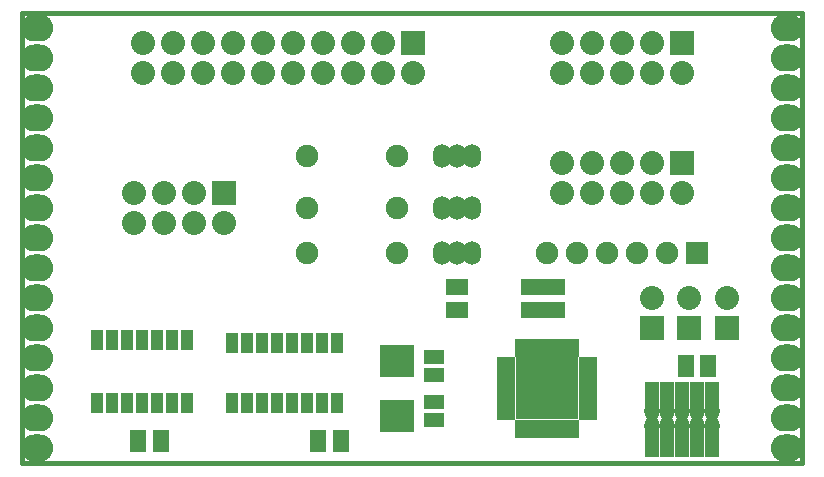
<source format=gts>
G04 (created by PCBNEW-RS274X (2012-01-19 BZR 3256)-stable) date 20/08/2012 20:09:26*
G01*
G70*
G90*
%MOIN*%
G04 Gerber Fmt 3.4, Leading zero omitted, Abs format*
%FSLAX34Y34*%
G04 APERTURE LIST*
%ADD10C,0.006000*%
%ADD11C,0.015000*%
%ADD12O,0.108000X0.090000*%
%ADD13C,0.075000*%
%ADD14R,0.080000X0.080000*%
%ADD15C,0.080000*%
%ADD16R,0.075000X0.075000*%
%ADD17O,0.059400X0.079100*%
%ADD18R,0.040000X0.065000*%
%ADD19R,0.114500X0.106600*%
%ADD20R,0.075000X0.055000*%
%ADD21R,0.055000X0.075000*%
%ADD22R,0.065000X0.045000*%
%ADD23R,0.049500X0.102700*%
%ADD24O,0.051500X0.063300*%
%ADD25R,0.063300X0.031800*%
%ADD26R,0.031800X0.063300*%
%ADD27R,0.083400X0.083400*%
G04 APERTURE END LIST*
G54D10*
G54D11*
X25000Y00000D02*
X26000Y00000D01*
X25000Y15000D02*
X26000Y15000D01*
X25000Y15000D02*
X00000Y15000D01*
X26000Y00000D02*
X26000Y15000D01*
X00000Y00000D02*
X25000Y00000D01*
X00000Y15000D02*
X00000Y00000D01*
G54D12*
X00500Y00500D03*
X00500Y01500D03*
X00500Y02500D03*
X00500Y03500D03*
X00500Y04500D03*
X00500Y05500D03*
X00500Y06500D03*
X00500Y07500D03*
X00500Y08500D03*
X00500Y09500D03*
X00500Y10500D03*
X00500Y11500D03*
X00500Y12500D03*
X00500Y13500D03*
X00500Y14500D03*
X25500Y00500D03*
X25500Y01500D03*
X25500Y02500D03*
X25500Y03500D03*
X25500Y04500D03*
X25500Y05500D03*
X25500Y06500D03*
X25500Y07500D03*
X25500Y08500D03*
X25500Y09500D03*
X25500Y10500D03*
X25500Y11500D03*
X25500Y12500D03*
X25500Y13500D03*
X25500Y14500D03*
G54D13*
X09500Y08500D03*
X12500Y08500D03*
X09500Y07000D03*
X12500Y07000D03*
X09500Y10250D03*
X12500Y10250D03*
G54D14*
X13025Y14000D03*
G54D15*
X13025Y13000D03*
X12025Y14000D03*
X12025Y13000D03*
X11025Y14000D03*
X11025Y13000D03*
X10025Y14000D03*
X10025Y13000D03*
X09025Y14000D03*
X09025Y13000D03*
X08025Y14000D03*
X08025Y13000D03*
X07025Y14000D03*
X07025Y13000D03*
X06025Y14000D03*
X06025Y13000D03*
X05025Y14000D03*
X05025Y13000D03*
X04025Y14000D03*
X04025Y13000D03*
G54D16*
X22500Y07000D03*
G54D13*
X21500Y07000D03*
X20500Y07000D03*
X19500Y07000D03*
X18500Y07000D03*
X17500Y07000D03*
G54D17*
X15000Y08500D03*
X14500Y08500D03*
X14000Y08500D03*
X15000Y07000D03*
X14500Y07000D03*
X14000Y07000D03*
X15000Y10250D03*
X14500Y10250D03*
X14000Y10250D03*
G54D18*
X10500Y04000D03*
X10000Y04000D03*
X09500Y04000D03*
X09000Y04000D03*
X08500Y04000D03*
X08000Y04000D03*
X07500Y04000D03*
X07000Y04000D03*
X07000Y02000D03*
X07500Y02000D03*
X08000Y02000D03*
X08500Y02000D03*
X09000Y02000D03*
X09500Y02000D03*
X10000Y02000D03*
X10500Y02000D03*
X05500Y04100D03*
X05000Y04100D03*
X04500Y04100D03*
X04000Y04100D03*
X03500Y04100D03*
X03000Y04100D03*
X02500Y04100D03*
X02500Y02000D03*
X03000Y02000D03*
X03500Y02000D03*
X04000Y02000D03*
X04500Y02000D03*
X05000Y02000D03*
X05500Y02000D03*
G54D14*
X22000Y14000D03*
G54D15*
X22000Y13000D03*
X21000Y14000D03*
X21000Y13000D03*
X20000Y14000D03*
X20000Y13000D03*
X19000Y14000D03*
X19000Y13000D03*
X18000Y14000D03*
X18000Y13000D03*
G54D14*
X22000Y10000D03*
G54D15*
X22000Y09000D03*
X21000Y10000D03*
X21000Y09000D03*
X20000Y10000D03*
X20000Y09000D03*
X19000Y10000D03*
X19000Y09000D03*
X18000Y10000D03*
X18000Y09000D03*
G54D14*
X06750Y09000D03*
G54D15*
X06750Y08000D03*
X05750Y09000D03*
X05750Y08000D03*
X04750Y09000D03*
X04750Y08000D03*
X03750Y09000D03*
X03750Y08000D03*
G54D19*
X12500Y03406D03*
X12500Y01594D03*
G54D20*
X17750Y05125D03*
X17750Y05875D03*
X17000Y05125D03*
X17000Y05875D03*
X14500Y05875D03*
X14500Y05125D03*
G54D21*
X22125Y03250D03*
X22875Y03250D03*
G54D22*
X13750Y02950D03*
X13750Y03550D03*
X13750Y02050D03*
X13750Y01450D03*
G54D23*
X21000Y02200D03*
X21500Y02200D03*
X22000Y02200D03*
X22500Y02200D03*
X23000Y02200D03*
G54D24*
X21000Y01250D03*
X21000Y01750D03*
X21500Y01250D03*
X21500Y01750D03*
X22000Y01250D03*
X22000Y01750D03*
X22500Y01250D03*
X22500Y01750D03*
X23000Y01250D03*
X23000Y01750D03*
G54D23*
X23000Y00725D03*
X22500Y00725D03*
X22000Y00725D03*
X21500Y00725D03*
X21000Y00725D03*
G54D14*
X23500Y04500D03*
G54D15*
X23500Y05500D03*
G54D14*
X22250Y04500D03*
G54D15*
X22250Y05500D03*
G54D14*
X21000Y04500D03*
G54D15*
X21000Y05500D03*
G54D21*
X04625Y00750D03*
X03875Y00750D03*
X10625Y00750D03*
X09875Y00750D03*
G54D25*
X16142Y03393D03*
G54D26*
X16607Y01142D03*
G54D25*
X18858Y01607D03*
G54D26*
X18393Y03858D03*
G54D25*
X16142Y03138D03*
G54D26*
X16862Y01142D03*
G54D25*
X18858Y01862D03*
G54D26*
X18138Y03858D03*
G54D25*
X16142Y02883D03*
G54D26*
X17117Y01142D03*
G54D25*
X18858Y02117D03*
G54D26*
X17883Y03858D03*
G54D25*
X16142Y02628D03*
G54D26*
X17372Y01142D03*
G54D25*
X18858Y02372D03*
G54D26*
X17628Y03858D03*
G54D25*
X16142Y02373D03*
G54D26*
X17627Y01142D03*
G54D25*
X18858Y02627D03*
G54D26*
X17373Y03858D03*
G54D25*
X16142Y02118D03*
G54D26*
X17882Y01142D03*
G54D25*
X18858Y02882D03*
G54D26*
X17118Y03858D03*
G54D25*
X16142Y01863D03*
G54D26*
X18137Y01142D03*
G54D25*
X18858Y03137D03*
G54D26*
X16863Y03858D03*
G54D25*
X16142Y01608D03*
G54D26*
X18392Y01142D03*
G54D25*
X18858Y03392D03*
G54D26*
X16608Y03858D03*
G54D27*
X18130Y01870D03*
X17500Y01870D03*
X17500Y02500D03*
X18130Y02500D03*
X16870Y01870D03*
X16870Y02500D03*
X16870Y03130D03*
X17500Y03130D03*
X18130Y03130D03*
M02*

</source>
